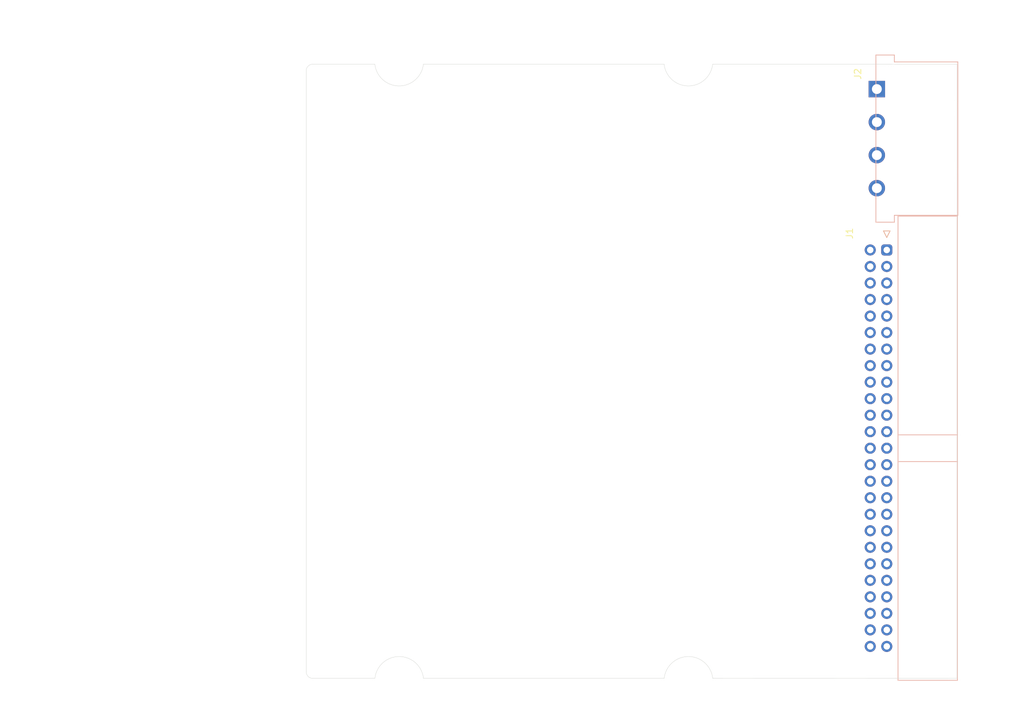
<source format=kicad_pcb>
(kicad_pcb (version 20171130) (host pcbnew "(5.1.6)-1")

  (general
    (thickness 1.6)
    (drawings 14)
    (tracks 0)
    (zones 0)
    (modules 3)
    (nets 1)
  )

  (page A4)
  (layers
    (0 F.Cu signal)
    (31 B.Cu signal)
    (32 B.Adhes user)
    (33 F.Adhes user)
    (34 B.Paste user)
    (35 F.Paste user)
    (36 B.SilkS user)
    (37 F.SilkS user)
    (38 B.Mask user)
    (39 F.Mask user)
    (40 Dwgs.User user)
    (41 Cmts.User user)
    (42 Eco1.User user)
    (43 Eco2.User user)
    (44 Edge.Cuts user)
    (45 Margin user)
    (46 B.CrtYd user)
    (47 F.CrtYd user)
    (48 B.Fab user)
    (49 F.Fab user)
  )

  (setup
    (last_trace_width 0.25)
    (trace_clearance 0.2)
    (zone_clearance 0.508)
    (zone_45_only no)
    (trace_min 0.2)
    (via_size 0.8)
    (via_drill 0.4)
    (via_min_size 0.4)
    (via_min_drill 0.3)
    (uvia_size 0.3)
    (uvia_drill 0.1)
    (uvias_allowed no)
    (uvia_min_size 0.2)
    (uvia_min_drill 0.1)
    (edge_width 0.05)
    (segment_width 0.2)
    (pcb_text_width 0.3)
    (pcb_text_size 1.5 1.5)
    (mod_edge_width 0.12)
    (mod_text_size 1 1)
    (mod_text_width 0.15)
    (pad_size 1.7 1.7)
    (pad_drill 1)
    (pad_to_mask_clearance 0.05)
    (aux_axis_origin 0 0)
    (grid_origin 218 146.939)
    (visible_elements 7FFFFFFF)
    (pcbplotparams
      (layerselection 0x010fc_ffffffff)
      (usegerberextensions true)
      (usegerberattributes false)
      (usegerberadvancedattributes false)
      (creategerberjobfile false)
      (excludeedgelayer true)
      (linewidth 0.100000)
      (plotframeref false)
      (viasonmask false)
      (mode 1)
      (useauxorigin false)
      (hpglpennumber 1)
      (hpglpenspeed 20)
      (hpglpendiameter 15.000000)
      (psnegative false)
      (psa4output false)
      (plotreference true)
      (plotvalue false)
      (plotinvisibletext false)
      (padsonsilk false)
      (subtractmaskfromsilk true)
      (outputformat 1)
      (mirror false)
      (drillshape 0)
      (scaleselection 1)
      (outputdirectory ""))
  )

  (net 0 "")

  (net_class Default "This is the default net class."
    (clearance 0.2)
    (trace_width 0.25)
    (via_dia 0.8)
    (via_drill 0.4)
    (uvia_dia 0.3)
    (uvia_drill 0.1)
  )

  (module project:TE_MATE-N-LOK_770846-1_1x04_P5.08mm_Horizontal (layer B.Cu) (tedit 60E09AEF) (tstamp 60D6265A)
    (at 205.681 63.954 90)
    (descr https://www.te.com/commerce/DocumentDelivery/DDEController?Action=showdoc&DocId=Customer+Drawing%7F770846%7FB%7Fpdf%7FEnglish%7FENG_CD_770846_B.pdf%7F770846-1)
    (tags "connector TE MATE-N-LOK horizontal entry ATA PATA IDE 3.5 inch drive power")
    (fp_text reference J2 (at 9.954 -2.921 -90) (layer F.SilkS)
      (effects (font (size 1 1) (thickness 0.15)))
    )
    (fp_text value "TE_MATE-N-LOK_ 770846-1_1x04_P5.08mm_horizontal" (at 0 -5.01 -90) (layer B.Fab)
      (effects (font (size 1 1) (thickness 0.15)) (justify mirror))
    )
    (fp_line (start -12.7 2.54) (end -12.7 2.54) (layer B.Fab) (width 0.12))
    (fp_line (start 12.7 0) (end 12.7 2.54) (layer B.Fab) (width 0.12))
    (fp_line (start 11.635 0) (end 12.7 0) (layer B.Fab) (width 0.12))
    (fp_line (start -12.7 0) (end -12.7 2.54) (layer B.Fab) (width 0.12))
    (fp_line (start -11.635 0) (end -12.7 0) (layer B.Fab) (width 0.12))
    (fp_line (start 11.635 12.29) (end 11.635 0) (layer B.Fab) (width 0.12))
    (fp_line (start -11.635 12.29) (end 11.635 12.29) (layer B.Fab) (width 0.12))
    (fp_line (start -11.635 0) (end -11.635 12.29) (layer B.Fab) (width 0.12))
    (fp_line (start 11.635 0) (end -11.635 0) (layer B.Fab) (width 0.12))
    (fp_line (start 12.954 12.5095) (end -12.954 12.5095) (layer B.CrtYd) (width 0.05))
    (fp_line (start 12.954 -1.27) (end 12.954 12.5095) (layer B.CrtYd) (width 0.05))
    (fp_line (start -12.954 -1.27) (end 12.954 -1.27) (layer B.CrtYd) (width 0.05))
    (fp_line (start -11.635 2.54) (end -12.7 2.54) (layer B.Fab) (width 0.12))
    (fp_line (start 11.635 2.54) (end 12.7 2.54) (layer B.Fab) (width 0.12))
    (fp_line (start -12.954 -1.27) (end -12.954 12.5095) (layer B.CrtYd) (width 0.05))
    (fp_line (start -12.85 -0.15) (end 12.85 -0.15) (layer B.SilkS) (width 0.12))
    (fp_line (start 12.85 -0.15) (end 12.85 2.69) (layer B.SilkS) (width 0.12))
    (fp_line (start 12.85 2.69) (end 11.795 2.69) (layer B.SilkS) (width 0.12))
    (fp_line (start 11.795 2.69) (end 11.795 12.44) (layer B.SilkS) (width 0.12))
    (fp_line (start 11.795 12.44) (end -11.795 12.44) (layer B.SilkS) (width 0.12))
    (fp_line (start -11.795 12.44) (end -11.795 2.69) (layer B.SilkS) (width 0.12))
    (fp_line (start -11.795 2.69) (end -12.85 2.69) (layer B.SilkS) (width 0.12))
    (fp_line (start -12.85 2.69) (end -12.85 -0.15) (layer B.SilkS) (width 0.12))
    (pad 1 thru_hole rect (at 7.62 0 90) (size 2.52 2.52) (drill 1.52) (layers *.Cu *.Mask))
    (pad 2 thru_hole circle (at 2.54 0 90) (size 2.52 2.52) (drill 1.52) (layers *.Cu *.Mask))
    (pad 3 thru_hole circle (at -2.54 0 90) (size 2.52 2.52) (drill 1.52) (layers *.Cu *.Mask))
    (pad 4 thru_hole circle (at -7.62 0 90) (size 2.52 2.52) (drill 1.52) (layers *.Cu *.Mask))
    (pad "" np_thru_hole circle (at 10.16 2.54 90) (size 2.54 2.54) (drill 2.54) (layers *.Cu *.Mask))
    (pad "" np_thru_hole circle (at -10.16 2.54 90) (size 2.54 2.54) (drill 2.54) (layers *.Cu *.Mask))
    (pad "" np_thru_hole circle (at -5.08 10.16 90) (size 3.99 3.99) (drill 3.99) (layers *.Cu *.Mask))
    (pad "" np_thru_hole circle (at 5.08 10.16 90) (size 3.99 3.99) (drill 3.99) (layers *.Cu *.Mask))
    (model ${KISYS3DMOD}/Connector_TE-Connectivity.3dshapes/TE_MATE-N-LOK_350211-1_1x04_P5.08mm_Vertical.wrl
      (at (xyz 0 0 0))
      (scale (xyz 1 1 1))
      (rotate (xyz 0 0 0))
    )
    (model ${KIPRJMOD}/project.pretty/c-770846-1-b-3d.stp
      (offset (xyz 0 12.54 4.6))
      (scale (xyz 1 1 1))
      (rotate (xyz -90 0 180))
    )
  )

  (module "project:3.5 Hard Drive Bottom Outline" (layer F.Cu) (tedit 60DFE8AA) (tstamp 60E0EC8F)
    (at 218 48.93)
    (fp_text reference REF** (at -63.5 -2.54) (layer F.SilkS) hide
      (effects (font (size 1 1) (thickness 0.15)))
    )
    (fp_text value "3.5 Hard Drive Bottom Outline" (at -66.04 -5.08) (layer F.Fab)
      (effects (font (size 1 1) (thickness 0.15)))
    )
    (fp_line (start 0 0) (end 0 101.6) (layer Dwgs.User) (width 0.12))
    (fp_line (start 0 101.6) (end -147 101.6) (layer Dwgs.User) (width 0.12))
    (fp_line (start -147 101.6) (end -147 0) (layer Dwgs.User) (width 0.12))
    (fp_line (start -147 0) (end 0 0) (layer Dwgs.User) (width 0.12))
    (fp_line (start -41.275 3.175) (end 0 3.175) (layer Dwgs.User) (width 0.12))
    (fp_line (start -41.275 3.175) (end -85.725 3.175) (layer Dwgs.User) (width 0.12))
    (fp_line (start -85.725 3.175) (end -117.475 3.175) (layer Dwgs.User) (width 0.12))
    (fp_line (start 0 98.425) (end -41.275 98.425) (layer Dwgs.User) (width 0.12))
    (fp_line (start -41.275 98.425) (end -85.725 98.425) (layer Dwgs.User) (width 0.12))
    (fp_line (start -85.725 98.425) (end -117.475 98.425) (layer Dwgs.User) (width 0.12))
    (fp_line (start -117.475 3.175) (end -146.9898 3.175) (layer Dwgs.User) (width 0.12))
    (fp_line (start -117.475 98.425) (end -146.9898 98.425) (layer Dwgs.User) (width 0.12))
    (fp_line (start -117.475 98.425) (end -117.475 97.79) (layer Dwgs.User) (width 0.12))
    (fp_line (start -85.725 98.425) (end -85.725 97.79) (layer Dwgs.User) (width 0.12))
    (fp_line (start -41.275 98.425) (end -41.275 97.79) (layer Dwgs.User) (width 0.12))
    (fp_line (start -41.275 3.175) (end -41.275 3.81) (layer Dwgs.User) (width 0.12))
    (fp_line (start -85.725 3.175) (end -85.725 3.81) (layer Dwgs.User) (width 0.12))
    (fp_line (start -117.475 3.175) (end -117.475 3.81) (layer Dwgs.User) (width 0.12))
    (fp_circle (center -117.475 98.425) (end -115.7224 98.3742) (layer Dwgs.User) (width 0.12))
    (fp_circle (center -85.725 98.425) (end -83.9724 98.4377) (layer Dwgs.User) (width 0.12))
    (fp_circle (center -41.275 98.425) (end -39.5224 98.425) (layer Dwgs.User) (width 0.12))
    (fp_circle (center -41.275 3.175) (end -39.5224 3.2004) (layer Dwgs.User) (width 0.12))
    (fp_circle (center -85.725 3.175) (end -83.9724 3.1623) (layer Dwgs.User) (width 0.12))
    (fp_circle (center -117.475 3.175) (end -115.7224 3.1496) (layer Dwgs.User) (width 0.12))
    (fp_line (start 0 0) (end 0 3.175) (layer Dwgs.User) (width 0.12))
    (fp_arc (start -41.275 98.425) (end -37.9222 98.425) (angle -180) (layer Dwgs.User) (width 0.12))
    (fp_arc (start -85.725 98.425) (end -82.3722 98.425) (angle -180) (layer Dwgs.User) (width 0.12))
    (fp_arc (start -117.475 98.425) (end -114.1222 98.425) (angle -180) (layer Dwgs.User) (width 0.12))
    (fp_arc (start -41.275 3.175) (end -44.6278 3.175) (angle -180) (layer Dwgs.User) (width 0.12))
    (fp_arc (start -85.725 3.175) (end -89.0778 3.175) (angle -180) (layer Dwgs.User) (width 0.12))
    (fp_arc (start -117.475 3.175) (end -120.8278 3.175) (angle -180) (layer Dwgs.User) (width 0.12))
  )

  (module project:IDC-Header_2x25_P2.54mm_Horizontal_Under (layer F.Cu) (tedit 6146A09A) (tstamp 60D5C39C)
    (at 204.665 78.54)
    (descr "Through hole IDC box header, 2x25, 2.54mm pitch, DIN 41651 / IEC 60603-13, double rows, https://docs.google.com/spreadsheets/d/16SsEcesNF15N3Lb4niX7dcUr-NY5_MFPQhobNuNppn4/edit#gid=0")
    (tags "Through hole horizontal IDC box header THT 2x25 2.54mm double row")
    (fp_text reference J1 (at -3.175 0 -90) (layer F.SilkS)
      (effects (font (size 1 1) (thickness 0.15)))
    )
    (fp_text value IDC-Header_2x25_P2.54mm_Horizontal_Under (at 6.215 67.06) (layer F.Fab)
      (effects (font (size 1 1) (thickness 0.15)))
    )
    (fp_line (start 3.04 -0.3815) (end 2.54 0.6185) (layer F.SilkS) (width 0.12))
    (fp_line (start 2.54 0.6185) (end 2.04 -0.3815) (layer F.SilkS) (width 0.12))
    (fp_line (start 2.04 -0.3815) (end 3.04 -0.3815) (layer F.SilkS) (width 0.12))
    (fp_line (start 4.38 67.6) (end 5.38 68.6) (layer B.Fab) (width 0.1))
    (fp_line (start 4.38 35.07) (end 13.28 35.07) (layer B.Fab) (width 0.1))
    (fp_line (start 4.38 30.97) (end 13.28 30.97) (layer B.Fab) (width 0.1))
    (fp_line (start 4.27 35.07) (end 13.39 35.07) (layer B.SilkS) (width 0.12))
    (fp_line (start 4.27 30.97) (end 13.39 30.97) (layer B.SilkS) (width 0.12))
    (fp_line (start 4.38 63.82) (end -0.32 63.82) (layer B.Fab) (width 0.1))
    (fp_line (start -0.32 63.82) (end -0.32 63.18) (layer B.Fab) (width 0.1))
    (fp_line (start -0.32 63.18) (end 4.38 63.18) (layer B.Fab) (width 0.1))
    (fp_line (start 4.38 61.28) (end -0.32 61.28) (layer B.Fab) (width 0.1))
    (fp_line (start -0.32 61.28) (end -0.32 60.64) (layer B.Fab) (width 0.1))
    (fp_line (start -0.32 60.64) (end 4.38 60.64) (layer B.Fab) (width 0.1))
    (fp_line (start 4.38 58.74) (end -0.32 58.74) (layer B.Fab) (width 0.1))
    (fp_line (start -0.32 58.74) (end -0.32 58.1) (layer B.Fab) (width 0.1))
    (fp_line (start -0.32 58.1) (end 4.38 58.1) (layer B.Fab) (width 0.1))
    (fp_line (start 4.38 56.2) (end -0.32 56.2) (layer B.Fab) (width 0.1))
    (fp_line (start -0.32 56.2) (end -0.32 55.56) (layer B.Fab) (width 0.1))
    (fp_line (start -0.32 55.56) (end 4.38 55.56) (layer B.Fab) (width 0.1))
    (fp_line (start 4.38 53.66) (end -0.32 53.66) (layer B.Fab) (width 0.1))
    (fp_line (start -0.32 53.66) (end -0.32 53.02) (layer B.Fab) (width 0.1))
    (fp_line (start -0.32 53.02) (end 4.38 53.02) (layer B.Fab) (width 0.1))
    (fp_line (start 4.38 51.12) (end -0.32 51.12) (layer B.Fab) (width 0.1))
    (fp_line (start -0.32 51.12) (end -0.32 50.48) (layer B.Fab) (width 0.1))
    (fp_line (start -0.32 50.48) (end 4.38 50.48) (layer B.Fab) (width 0.1))
    (fp_line (start 4.38 48.58) (end -0.32 48.58) (layer B.Fab) (width 0.1))
    (fp_line (start -0.32 48.58) (end -0.32 47.94) (layer B.Fab) (width 0.1))
    (fp_line (start -0.32 47.94) (end 4.38 47.94) (layer B.Fab) (width 0.1))
    (fp_line (start 4.38 46.04) (end -0.32 46.04) (layer B.Fab) (width 0.1))
    (fp_line (start -0.32 46.04) (end -0.32 45.4) (layer B.Fab) (width 0.1))
    (fp_line (start -0.32 45.4) (end 4.38 45.4) (layer B.Fab) (width 0.1))
    (fp_line (start 4.38 43.5) (end -0.32 43.5) (layer B.Fab) (width 0.1))
    (fp_line (start -0.32 43.5) (end -0.32 42.86) (layer B.Fab) (width 0.1))
    (fp_line (start -0.32 42.86) (end 4.38 42.86) (layer B.Fab) (width 0.1))
    (fp_line (start 4.38 40.96) (end -0.32 40.96) (layer B.Fab) (width 0.1))
    (fp_line (start -0.32 40.96) (end -0.32 40.32) (layer B.Fab) (width 0.1))
    (fp_line (start -0.32 40.32) (end 4.38 40.32) (layer B.Fab) (width 0.1))
    (fp_line (start 4.38 38.42) (end -0.32 38.42) (layer B.Fab) (width 0.1))
    (fp_line (start -0.32 38.42) (end -0.32 37.78) (layer B.Fab) (width 0.1))
    (fp_line (start -0.32 37.78) (end 4.38 37.78) (layer B.Fab) (width 0.1))
    (fp_line (start 4.38 35.88) (end -0.32 35.88) (layer B.Fab) (width 0.1))
    (fp_line (start -0.32 35.88) (end -0.32 35.24) (layer B.Fab) (width 0.1))
    (fp_line (start -0.32 35.24) (end 4.38 35.24) (layer B.Fab) (width 0.1))
    (fp_line (start 4.38 33.34) (end -0.32 33.34) (layer B.Fab) (width 0.1))
    (fp_line (start -0.32 33.34) (end -0.32 32.7) (layer B.Fab) (width 0.1))
    (fp_line (start -0.32 32.7) (end 4.38 32.7) (layer B.Fab) (width 0.1))
    (fp_line (start 4.38 30.8) (end -0.32 30.8) (layer B.Fab) (width 0.1))
    (fp_line (start -0.32 30.8) (end -0.32 30.16) (layer B.Fab) (width 0.1))
    (fp_line (start -0.32 30.16) (end 4.38 30.16) (layer B.Fab) (width 0.1))
    (fp_line (start 4.38 28.26) (end -0.32 28.26) (layer B.Fab) (width 0.1))
    (fp_line (start -0.32 28.26) (end -0.32 27.62) (layer B.Fab) (width 0.1))
    (fp_line (start -0.32 27.62) (end 4.38 27.62) (layer B.Fab) (width 0.1))
    (fp_line (start 4.38 25.72) (end -0.32 25.72) (layer B.Fab) (width 0.1))
    (fp_line (start -0.32 25.72) (end -0.32 25.08) (layer B.Fab) (width 0.1))
    (fp_line (start -0.32 25.08) (end 4.38 25.08) (layer B.Fab) (width 0.1))
    (fp_line (start 4.38 23.18) (end -0.32 23.18) (layer B.Fab) (width 0.1))
    (fp_line (start -0.32 23.18) (end -0.32 22.54) (layer B.Fab) (width 0.1))
    (fp_line (start -0.32 22.54) (end 4.38 22.54) (layer B.Fab) (width 0.1))
    (fp_line (start 4.38 20.64) (end -0.32 20.64) (layer B.Fab) (width 0.1))
    (fp_line (start -0.32 20.64) (end -0.32 20) (layer B.Fab) (width 0.1))
    (fp_line (start -0.32 20) (end 4.38 20) (layer B.Fab) (width 0.1))
    (fp_line (start 4.38 18.1) (end -0.32 18.1) (layer B.Fab) (width 0.1))
    (fp_line (start -0.32 18.1) (end -0.32 17.46) (layer B.Fab) (width 0.1))
    (fp_line (start -0.32 17.46) (end 4.38 17.46) (layer B.Fab) (width 0.1))
    (fp_line (start 4.38 15.56) (end -0.32 15.56) (layer B.Fab) (width 0.1))
    (fp_line (start -0.32 15.56) (end -0.32 14.92) (layer B.Fab) (width 0.1))
    (fp_line (start -0.32 14.92) (end 4.38 14.92) (layer B.Fab) (width 0.1))
    (fp_line (start 4.38 13.02) (end -0.32 13.02) (layer B.Fab) (width 0.1))
    (fp_line (start -0.32 13.02) (end -0.32 12.38) (layer B.Fab) (width 0.1))
    (fp_line (start -0.32 12.38) (end 4.38 12.38) (layer B.Fab) (width 0.1))
    (fp_line (start 4.38 10.48) (end -0.32 10.48) (layer B.Fab) (width 0.1))
    (fp_line (start -0.32 10.48) (end -0.32 9.84) (layer B.Fab) (width 0.1))
    (fp_line (start -0.32 9.84) (end 4.38 9.84) (layer B.Fab) (width 0.1))
    (fp_line (start 4.38 7.94) (end -0.32 7.94) (layer B.Fab) (width 0.1))
    (fp_line (start -0.32 7.94) (end -0.32 7.3) (layer B.Fab) (width 0.1))
    (fp_line (start -0.32 7.3) (end 4.38 7.3) (layer B.Fab) (width 0.1))
    (fp_line (start 4.38 5.4) (end -0.32 5.4) (layer B.Fab) (width 0.1))
    (fp_line (start -0.32 5.4) (end -0.32 4.76) (layer B.Fab) (width 0.1))
    (fp_line (start -0.32 4.76) (end 4.38 4.76) (layer B.Fab) (width 0.1))
    (fp_line (start 4.38 2.86) (end -0.32 2.86) (layer B.Fab) (width 0.1))
    (fp_line (start -0.32 2.86) (end -0.32 2.22) (layer B.Fab) (width 0.1))
    (fp_line (start -0.32 2.22) (end 4.38 2.22) (layer B.Fab) (width 0.1))
    (fp_line (start 5.38 68.6) (end 13.28 68.6) (layer B.Fab) (width 0.1))
    (fp_line (start 13.28 68.6) (end 13.28 -2.56) (layer B.Fab) (width 0.1))
    (fp_line (start 13.28 -2.56) (end 4.38 -2.56) (layer B.Fab) (width 0.1))
    (fp_line (start 4.38 -2.56) (end 4.38 67.6) (layer B.Fab) (width 0.1))
    (fp_line (start 4.27 68.71) (end 13.39 68.71) (layer B.SilkS) (width 0.12))
    (fp_line (start 13.39 68.71) (end 13.39 -2.67) (layer B.SilkS) (width 0.12))
    (fp_line (start 13.39 -2.67) (end 4.27 -2.67) (layer B.SilkS) (width 0.12))
    (fp_line (start 4.27 -2.67) (end 4.27 68.71) (layer B.SilkS) (width 0.12))
    (fp_line (start 2.54 0.6185) (end 2.04 -0.3815) (layer B.SilkS) (width 0.12))
    (fp_line (start 2.04 -0.3815) (end 3.04 -0.3815) (layer B.SilkS) (width 0.12))
    (fp_line (start 3.04 -0.3815) (end 2.54 0.6185) (layer B.SilkS) (width 0.12))
    (fp_line (start -1.35 69.1) (end -1.35 -3.06) (layer B.CrtYd) (width 0.05))
    (fp_line (start -1.35 -3.06) (end 13.78 -3.06) (layer B.CrtYd) (width 0.05))
    (fp_line (start 13.78 -3.06) (end 13.78 69.1) (layer B.CrtYd) (width 0.05))
    (fp_line (start 13.78 69.1) (end -1.35 69.1) (layer B.CrtYd) (width 0.05))
    (fp_text user %R (at 8.83 30.48 90) (layer F.Fab)
      (effects (font (size 1 1) (thickness 0.15)))
    )
    (pad 1 thru_hole roundrect (at 2.54 2.54) (size 1.7 1.7) (drill 1) (layers *.Cu *.Mask) (roundrect_rratio 0.25))
    (pad 3 thru_hole circle (at 2.54 5.08) (size 1.7 1.7) (drill 1) (layers *.Cu *.Mask))
    (pad 5 thru_hole circle (at 2.54 7.62) (size 1.7 1.7) (drill 1) (layers *.Cu *.Mask))
    (pad 7 thru_hole circle (at 2.54 10.16) (size 1.7 1.7) (drill 1) (layers *.Cu *.Mask))
    (pad 9 thru_hole circle (at 2.54 12.7) (size 1.7 1.7) (drill 1) (layers *.Cu *.Mask))
    (pad 11 thru_hole circle (at 2.54 15.24) (size 1.7 1.7) (drill 1) (layers *.Cu *.Mask))
    (pad 13 thru_hole circle (at 2.54 17.78) (size 1.7 1.7) (drill 1) (layers *.Cu *.Mask))
    (pad 15 thru_hole circle (at 2.54 20.32) (size 1.7 1.7) (drill 1) (layers *.Cu *.Mask))
    (pad 17 thru_hole circle (at 2.54 22.86) (size 1.7 1.7) (drill 1) (layers *.Cu *.Mask))
    (pad 19 thru_hole circle (at 2.54 25.4) (size 1.7 1.7) (drill 1) (layers *.Cu *.Mask))
    (pad 21 thru_hole circle (at 2.54 27.94) (size 1.7 1.7) (drill 1) (layers *.Cu *.Mask))
    (pad 23 thru_hole circle (at 2.54 30.48) (size 1.7 1.7) (drill 1) (layers *.Cu *.Mask))
    (pad 25 thru_hole circle (at 2.54 33.02) (size 1.7 1.7) (drill 1) (layers *.Cu *.Mask))
    (pad 27 thru_hole circle (at 2.54 35.56) (size 1.7 1.7) (drill 1) (layers *.Cu *.Mask))
    (pad 29 thru_hole circle (at 2.54 38.1) (size 1.7 1.7) (drill 1) (layers *.Cu *.Mask))
    (pad 31 thru_hole circle (at 2.54 40.64) (size 1.7 1.7) (drill 1) (layers *.Cu *.Mask))
    (pad 33 thru_hole circle (at 2.54 43.18) (size 1.7 1.7) (drill 1) (layers *.Cu *.Mask))
    (pad 35 thru_hole circle (at 2.54 45.72) (size 1.7 1.7) (drill 1) (layers *.Cu *.Mask))
    (pad 37 thru_hole circle (at 2.54 48.26) (size 1.7 1.7) (drill 1) (layers *.Cu *.Mask))
    (pad 39 thru_hole circle (at 2.54 50.8) (size 1.7 1.7) (drill 1) (layers *.Cu *.Mask))
    (pad 41 thru_hole circle (at 2.54 53.34) (size 1.7 1.7) (drill 1) (layers *.Cu *.Mask))
    (pad 43 thru_hole circle (at 2.54 55.88) (size 1.7 1.7) (drill 1) (layers *.Cu *.Mask))
    (pad 45 thru_hole circle (at 2.54 58.42) (size 1.7 1.7) (drill 1) (layers *.Cu *.Mask))
    (pad 47 thru_hole circle (at 2.54 60.96) (size 1.7 1.7) (drill 1) (layers *.Cu *.Mask))
    (pad 49 thru_hole circle (at 2.54 63.5) (size 1.7 1.7) (drill 1) (layers *.Cu *.Mask))
    (pad 2 thru_hole circle (at 0 2.54) (size 1.7 1.7) (drill 1) (layers *.Cu *.Mask))
    (pad 4 thru_hole circle (at 0 5.08) (size 1.7 1.7) (drill 1) (layers *.Cu *.Mask))
    (pad 6 thru_hole circle (at 0 7.62) (size 1.7 1.7) (drill 1) (layers *.Cu *.Mask))
    (pad 8 thru_hole circle (at 0 10.16) (size 1.7 1.7) (drill 1) (layers *.Cu *.Mask))
    (pad 10 thru_hole circle (at 0 12.7) (size 1.7 1.7) (drill 1) (layers *.Cu *.Mask))
    (pad 12 thru_hole circle (at 0 15.24) (size 1.7 1.7) (drill 1) (layers *.Cu *.Mask))
    (pad 14 thru_hole circle (at 0 17.78) (size 1.7 1.7) (drill 1) (layers *.Cu *.Mask))
    (pad 16 thru_hole circle (at 0 20.32) (size 1.7 1.7) (drill 1) (layers *.Cu *.Mask))
    (pad 18 thru_hole circle (at 0 22.86) (size 1.7 1.7) (drill 1) (layers *.Cu *.Mask))
    (pad 20 thru_hole circle (at 0 25.4) (size 1.7 1.7) (drill 1) (layers *.Cu *.Mask))
    (pad 22 thru_hole circle (at 0 27.94) (size 1.7 1.7) (drill 1) (layers *.Cu *.Mask))
    (pad 24 thru_hole circle (at 0 30.48) (size 1.7 1.7) (drill 1) (layers *.Cu *.Mask))
    (pad 26 thru_hole circle (at 0 33.02) (size 1.7 1.7) (drill 1) (layers *.Cu *.Mask))
    (pad 28 thru_hole circle (at 0 35.56) (size 1.7 1.7) (drill 1) (layers *.Cu *.Mask))
    (pad 30 thru_hole circle (at 0 38.1) (size 1.7 1.7) (drill 1) (layers *.Cu *.Mask))
    (pad 32 thru_hole circle (at 0 40.64) (size 1.7 1.7) (drill 1) (layers *.Cu *.Mask))
    (pad 34 thru_hole circle (at 0 43.18) (size 1.7 1.7) (drill 1) (layers *.Cu *.Mask))
    (pad 36 thru_hole circle (at 0 45.72) (size 1.7 1.7) (drill 1) (layers *.Cu *.Mask))
    (pad 38 thru_hole circle (at 0 48.26) (size 1.7 1.7) (drill 1) (layers *.Cu *.Mask))
    (pad 40 thru_hole circle (at 0 50.8) (size 1.7 1.7) (drill 1) (layers *.Cu *.Mask))
    (pad 42 thru_hole circle (at 0 53.34) (size 1.7 1.7) (drill 1) (layers *.Cu *.Mask))
    (pad 44 thru_hole circle (at 0 55.88) (size 1.7 1.7) (drill 1) (layers *.Cu *.Mask))
    (pad 46 thru_hole circle (at 0 58.42) (size 1.7 1.7) (drill 1) (layers *.Cu *.Mask))
    (pad 48 thru_hole circle (at 0 60.96) (size 1.7 1.7) (drill 1) (layers *.Cu *.Mask))
    (pad 50 thru_hole circle (at 0 63.5) (size 1.7 1.7) (drill 1) (layers *.Cu *.Mask))
    (model ${KIPRJMOD}/project.pretty/IDC-Header_2x25_P2.54mm_Horizontal_Bottom.step
      (offset (xyz 0 -63.5 -1.75))
      (scale (xyz 1 1 1))
      (rotate (xyz 180 0 0))
    )
  )

  (gr_arc (start 119 145.95) (end 118 145.95) (angle -90) (layer Edge.Cuts) (width 0.05))
  (gr_arc (start 119 53.51) (end 119 52.51) (angle -90) (layer Edge.Cuts) (width 0.05))
  (gr_line (start 218 52.51) (end 218 146.94) (layer Edge.Cuts) (width 0.05) (tstamp 61D0E460))
  (gr_line (start 119 146.95) (end 128.550001 146.949999) (layer Edge.Cuts) (width 0.05) (tstamp 60E11B96))
  (gr_line (start 119 52.51) (end 128.540001 52.509999) (layer Edge.Cuts) (width 0.05) (tstamp 60E11B95))
  (gr_line (start 118 145.95) (end 118 53.51) (layer Edge.Cuts) (width 0.05))
  (gr_line (start 172.990001 52.509999) (end 135.999999 52.510001) (layer Edge.Cuts) (width 0.05) (tstamp 60E11AB4))
  (gr_line (start 218 52.51) (end 180.449999 52.510001) (layer Edge.Cuts) (width 0.05) (tstamp 60E11AB3))
  (gr_line (start 180.459999 146.950001) (end 218 146.939) (layer Edge.Cuts) (width 0.05) (tstamp 61D0DBC6))
  (gr_line (start 136.009999 146.950001) (end 173.000001 146.949999) (layer Edge.Cuts) (width 0.05) (tstamp 60E11AB0))
  (gr_arc (start 176.73 147.35) (end 180.459999 146.950001) (angle -167.7581455) (layer Edge.Cuts) (width 0.05))
  (gr_arc (start 132.28 147.35) (end 136.009999 146.950001) (angle -167.7581455) (layer Edge.Cuts) (width 0.05))
  (gr_arc (start 132.27 52.1) (end 128.540001 52.509999) (angle -167.4545094) (layer Edge.Cuts) (width 0.05))
  (gr_arc (start 176.72 52.1) (end 172.990001 52.509999) (angle -167.4545094) (layer Edge.Cuts) (width 0.05))

)

</source>
